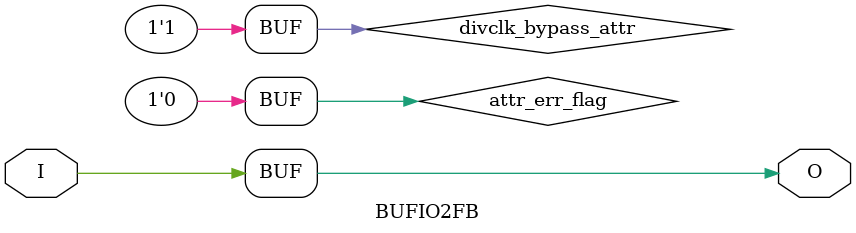
<source format=v>

`celldefine
`timescale  1 ps / 1 ps

module BUFIO2FB (O, I);

    parameter DIVIDE_BYPASS = "TRUE";      // TRUE, FALSE

    output O; 
    input I; 

    reg divclk_bypass_attr;

// Other signals
    reg attr_err_flag = 0;

//----------------------------------------------------------------------
//------------------------  Output Ports  ------------------------------
//----------------------------------------------------------------------
    buf buf_o(O, I);

    initial begin
//-------------------------------------------------
//----- DIVIDE_BYPASS  Check
//-------------------------------------------------
        case (DIVIDE_BYPASS)
            "TRUE" : divclk_bypass_attr <= 1'b1;
            "FALSE" :divclk_bypass_attr <= 1'b0;
            default : begin
                      $display("Attribute Syntax Error : The attribute DIVIDE_BYPASS on BUFIO2FB instance %m is set to %s.  Legal values for this attribute are TRUE or FALSE", DIVIDE_BYPASS);
                      attr_err_flag = 1;
                      end
        endcase // (DIVIDE_BYPASS)

    end  // initial begin

endmodule // BUFIO2FB
`endcelldefine

</source>
